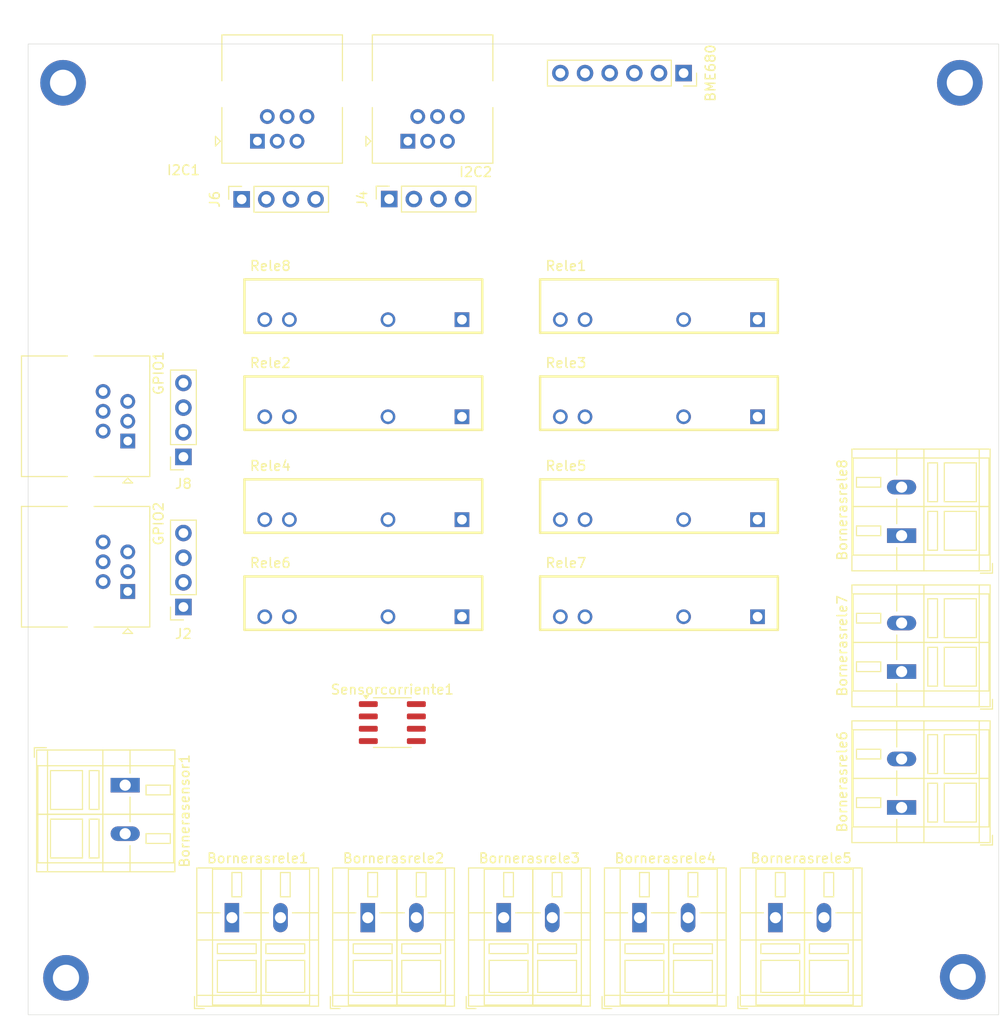
<source format=kicad_pcb>
(kicad_pcb (version 20240108) (generator "pcbnew") (generator_version "8.0")
  (layers (0 "F.Cu" signal) (31 "B.Cu" signal) (34 "B.Paste" user) (35 "F.Paste" user) (36 "B.SilkS" user "B.Silkscreen") (37 "F.SilkS" user "F.Silkscreen") (38 "B.Mask" user) (39 "F.Mask" user) (44 "Edge.Cuts" user))
  (net 0 "")
  (net 11 "Net-(J8-Pin_1)")
  (net 15 "Net-(J2-Pin_1)")
  (net 26 "Net-(J6-Pin_1)")
  (net 34 "Net-(J4-Pin_1)")
  (net 45 "Net-(Sensorcorriente1-IP--Pad3)")
  (net 47 "Net-(Sensorcorriente1-IP+-Pad1)")
  (footprint "Connector_PinSocket_2.54mm:PinSocket_1x06_P2.54mm_Vertical" (layer "F.Cu") (at 97.54 23 -90)
    (property "Reference" "BME680" (at 0 -2.77 90) (layer "F.SilkS"))
    (property "Value" "Conn_01x06_Socket")
    (pad "1" thru_hole rect (at 0 0 270) (size 1.7 1.7) (drill 1) (layers "*.Cu" "*.Mask"))
    (pad "2" thru_hole oval (at 0 2.54 270) (size 1.7 1.7) (drill 1) (layers "*.Cu" "*.Mask"))
    (pad "3" thru_hole oval (at 0 5.08 270) (size 1.7 1.7) (drill 1) (layers "*.Cu" "*.Mask"))
    (pad "4" thru_hole oval (at 0 7.62 270) (size 1.7 1.7) (drill 1) (layers "*.Cu" "*.Mask"))
    (pad "5" thru_hole oval (at 0 10.16 270) (size 1.7 1.7) (drill 1) (layers "*.Cu" "*.Mask"))
    (pad "6" thru_hole oval (at 0 12.7 270) (size 1.7 1.7) (drill 1) (layers "*.Cu" "*.Mask"))
  )
  (footprint "MountingHole:MountingHole_2.7mm_M2.5_DIN965_Pad" (layer "F.Cu") (at 33.6 24)
    (property "Reference" "REF**" (hide yes))
    (property "Value" "MountingHole_2.7mm_M2.5_DIN965_Pad" (hide yes))
    (pad "1" thru_hole circle (at 0 0) (size 4.7 4.7) (drill 2.7) (layers "*.Cu" "*.Mask"))
  )
  (footprint "G3MB-202P:RELAY_G3MB-202P" (layer "F.Cu") (at 64.54 57)
    (property "Reference" "Rele2" (at -9.583625 -4.138735 0) (layer "F.SilkS") (effects (font (size 1.000906 1.000906))))
    (property "Value" "G3MB-202P")
    (pad "1" thru_hole rect (at 10.16 1.4) (size 1.508 1.508) (drill 1) (layers "*.Cu" "*.Mask"))
    (pad "2" thru_hole circle (at 2.54 1.4) (size 1.508 1.508) (drill 1) (layers "*.Cu" "*.Mask"))
    (pad "3" thru_hole circle (at -7.62 1.4) (size 1.508 1.508) (drill 1) (layers "*.Cu" "*.Mask"))
    (pad "4" thru_hole circle (at -10.16 1.4) (size 1.508 1.508) (drill 1) (layers "*.Cu" "*.Mask"))
  )
  (footprint "MountingHole:MountingHole_2.7mm_M2.5_DIN965_Pad" (layer "F.Cu") (at 126.3 116.1)
    (property "Reference" "REF**" (hide yes))
    (property "Value" "MountingHole_2.7mm_M2.5_DIN965_Pad" (hide yes))
    (pad "1" thru_hole circle (at 0 0) (size 4.7 4.7) (drill 2.7) (layers "*.Cu" "*.Mask"))
  )
  (footprint "Connector_RJ:RJ25_Wayconn_MJEA-660X1_Horizontal" (layer "F.Cu") (at 40.265 76.4 -90)
    (property "Reference" "GPIO2" (at -6.985 -3.175 90) (layer "F.SilkS"))
    (property "Value" "6P6C")
    (pad "" np_thru_hole circle (at -8.55 4.84 270) (size 2.3 2.3) (drill 2.3) (layers "*.Cu" "*.Mask"))
    (pad "" np_thru_hole circle (at 3.45 4.84 270) (size 2.3 2.3) (drill 2.3) (layers "*.Cu" "*.Mask"))
    (pad "1" thru_hole rect (at 0 0 270) (size 1.52 1.52) (drill 0.9) (layers "*.Cu" "*.Mask"))
    (pad "2" thru_hole circle (at -1.02 2.54 270) (size 1.52 1.52) (drill 0.9) (layers "*.Cu" "*.Mask"))
    (pad "3" thru_hole circle (at -2.04 0 270) (size 1.52 1.52) (drill 0.9) (layers "*.Cu" "*.Mask"))
    (pad "4" thru_hole circle (at -3.06 2.54 270) (size 1.52 1.52) (drill 0.9) (layers "*.Cu" "*.Mask"))
    (pad "5" thru_hole circle (at -4.08 0 270) (size 1.52 1.52) (drill 0.9) (layers "*.Cu" "*.Mask") (net 15 "Net-(J2-Pin_1)"))
    (pad "6" thru_hole circle (at -5.1 2.54 270) (size 1.52 1.52) (drill 0.9) (layers "*.Cu" "*.Mask"))
  )
  (footprint "Connector_RJ:RJ25_Wayconn_MJEA-660X1_Horizontal" (layer "F.Cu") (at 40.265 60.9 -90)
    (property "Reference" "GPIO1" (at -6.985 -3.175 90) (layer "F.SilkS"))
    (property "Value" "6P6C")
    (pad "" np_thru_hole circle (at -8.55 4.84 270) (size 2.3 2.3) (drill 2.3) (layers "*.Cu" "*.Mask"))
    (pad "" np_thru_hole circle (at 3.45 4.84 270) (size 2.3 2.3) (drill 2.3) (layers "*.Cu" "*.Mask"))
    (pad "1" thru_hole rect (at 0 0 270) (size 1.52 1.52) (drill 0.9) (layers "*.Cu" "*.Mask"))
    (pad "2" thru_hole circle (at -1.02 2.54 270) (size 1.52 1.52) (drill 0.9) (layers "*.Cu" "*.Mask"))
    (pad "3" thru_hole circle (at -2.04 0 270) (size 1.52 1.52) (drill 0.9) (layers "*.Cu" "*.Mask"))
    (pad "4" thru_hole circle (at -3.06 2.54 270) (size 1.52 1.52) (drill 0.9) (layers "*.Cu" "*.Mask"))
    (pad "5" thru_hole circle (at -4.08 0 270) (size 1.52 1.52) (drill 0.9) (layers "*.Cu" "*.Mask") (net 11 "Net-(J8-Pin_1)"))
    (pad "6" thru_hole circle (at -5.1 2.54 270) (size 1.52 1.52) (drill 0.9) (layers "*.Cu" "*.Mask"))
  )
  (footprint "Connector_PinSocket_2.54mm:PinSocket_1x04_P2.54mm_Vertical" (layer "F.Cu") (at 67.2 35.975 90)
    (property "Reference" "J4" (at 0 -2.77 270) (layer "F.SilkS"))
    (property "Value" "Conn_01x04_Pin")
    (pad "1" thru_hole rect (at 0 0 90) (size 1.7 1.7) (drill 1) (layers "*.Cu" "*.Mask") (net 34 "Net-(J4-Pin_1)"))
    (pad "2" thru_hole oval (at 0 2.54 90) (size 1.7 1.7) (drill 1) (layers "*.Cu" "*.Mask"))
    (pad "3" thru_hole oval (at 0 5.08 90) (size 1.7 1.7) (drill 1) (layers "*.Cu" "*.Mask"))
    (pad "4" thru_hole oval (at 0 7.62 90) (size 1.7 1.7) (drill 1) (layers "*.Cu" "*.Mask"))
  )
  (footprint "TerminalBlock_WAGO:TerminalBlock_WAGO_236-102_1x02_P5.00mm_45Degree" (layer "F.Cu") (at 79 110)
    (property "Reference" "Bornerasrele3" (at 2.65 -6.12 360) (layer "F.SilkS"))
    (property "Value" "Screw_Terminal_01x02")
    (pad "1" thru_hole rect (at 0 0) (size 1.5 3) (drill 1.15) (layers "*.Cu" "*.Mask"))
    (pad "2" thru_hole oval (at 5 0) (size 1.5 3) (drill 1.15) (layers "*.Cu" "*.Mask"))
  )
  (footprint "Package_SO:SOIC-8_3.9x4.9mm_P1.27mm" (layer "F.Cu") (at 67.525 89.905)
    (property "Reference" "Sensorcorriente1" (at 0 -3.4 0) (layer "F.SilkS"))
    (property "Value" "ACS712xLCTR-30A")
    (pad "1" smd roundrect (at -2.475 -1.905) (size 1.95 0.6) (layers "F.Cu" "F.Paste" "F.Mask") (net 47 "Net-(Sensorcorriente1-IP+-Pad1)"))
    (pad "2" smd roundrect (at -2.475 -0.635) (size 1.95 0.6) (layers "F.Cu" "F.Paste" "F.Mask") (net 47 "Net-(Sensorcorriente1-IP+-Pad1)"))
    (pad "3" smd roundrect (at -2.475 0.635) (size 1.95 0.6) (layers "F.Cu" "F.Paste" "F.Mask") (net 45 "Net-(Sensorcorriente1-IP--Pad3)"))
    (pad "4" smd roundrect (at -2.475 1.905) (size 1.95 0.6) (layers "F.Cu" "F.Paste" "F.Mask") (net 45 "Net-(Sensorcorriente1-IP--Pad3)"))
    (pad "5" smd roundrect (at 2.475 1.905) (size 1.95 0.6) (layers "F.Cu" "F.Paste" "F.Mask"))
    (pad "6" smd roundrect (at 2.475 0.635) (size 1.95 0.6) (layers "F.Cu" "F.Paste" "F.Mask"))
    (pad "7" smd roundrect (at 2.475 -0.635) (size 1.95 0.6) (layers "F.Cu" "F.Paste" "F.Mask"))
    (pad "8" smd roundrect (at 2.475 -1.905) (size 1.95 0.6) (layers "F.Cu" "F.Paste" "F.Mask"))
  )
  (footprint "TerminalBlock_WAGO:TerminalBlock_WAGO_236-102_1x02_P5.00mm_45Degree" (layer "F.Cu") (at 120 84.65 90)
    (property "Reference" "Bornerasrele7" (at 2.65 -6.12 270) (layer "F.SilkS"))
    (property "Value" "Screw_Terminal_01x02")
    (pad "1" thru_hole rect (at 0 0 90) (size 1.5 3) (drill 1.15) (layers "*.Cu" "*.Mask"))
    (pad "2" thru_hole oval (at 5 0 90) (size 1.5 3) (drill 1.15) (layers "*.Cu" "*.Mask"))
  )
  (footprint "Connector_RJ:RJ25_Wayconn_MJEA-660X1_Horizontal" (layer "F.Cu") (at 69.125 30.015 180)
    (property "Reference" "I2C2" (at -6.985 -3.175 180) (layer "F.SilkS"))
    (property "Value" "6P6C")
    (pad "" np_thru_hole circle (at -8.55 4.84 180) (size 2.3 2.3) (drill 2.3) (layers "*.Cu" "*.Mask"))
    (pad "" np_thru_hole circle (at 3.45 4.84 180) (size 2.3 2.3) (drill 2.3) (layers "*.Cu" "*.Mask"))
    (pad "1" thru_hole rect (at 0 0 180) (size 1.52 1.52) (drill 0.9) (layers "*.Cu" "*.Mask"))
    (pad "2" thru_hole circle (at -1.02 2.54 180) (size 1.52 1.52) (drill 0.9) (layers "*.Cu" "*.Mask"))
    (pad "3" thru_hole circle (at -2.04 0 180) (size 1.52 1.52) (drill 0.9) (layers "*.Cu" "*.Mask"))
    (pad "4" thru_hole circle (at -3.06 2.54 180) (size 1.52 1.52) (drill 0.9) (layers "*.Cu" "*.Mask"))
    (pad "5" thru_hole circle (at -4.08 0 180) (size 1.52 1.52) (drill 0.9) (layers "*.Cu" "*.Mask") (net 34 "Net-(J4-Pin_1)"))
    (pad "6" thru_hole circle (at -5.1 2.54 180) (size 1.52 1.52) (drill 0.9) (layers "*.Cu" "*.Mask"))
  )
  (footprint "MountingHole:MountingHole_2.7mm_M2.5_DIN965_Pad" (layer "F.Cu") (at 126 24)
    (property "Reference" "REF**" (hide yes))
    (property "Value" "MountingHole_2.7mm_M2.5_DIN965_Pad" (hide yes))
    (pad "1" thru_hole circle (at 0 0) (size 4.7 4.7) (drill 2.7) (layers "*.Cu" "*.Mask"))
  )
  (footprint "MountingHole:MountingHole_2.7mm_M2.5_DIN965_Pad" (layer "F.Cu") (at 33.9 116.2)
    (property "Reference" "REF**" (hide yes))
    (property "Value" "MountingHole_2.7mm_M2.5_DIN965_Pad" (hide yes))
    (pad "1" thru_hole circle (at 0 0) (size 4.7 4.7) (drill 2.7) (layers "*.Cu" "*.Mask"))
  )
  (footprint "G3MB-202P:RELAY_G3MB-202P" (layer "F.Cu") (at 95 67.6)
    (property "Reference" "Rele5" (at -9.583625 -4.138735 0) (layer "F.SilkS") (effects (font (size 1.000906 1.000906))))
    (property "Value" "G3MB-202P")
    (pad "1" thru_hole rect (at 10.16 1.4) (size 1.508 1.508) (drill 1) (layers "*.Cu" "*.Mask"))
    (pad "2" thru_hole circle (at 2.54 1.4) (size 1.508 1.508) (drill 1) (layers "*.Cu" "*.Mask"))
    (pad "3" thru_hole circle (at -7.62 1.4) (size 1.508 1.508) (drill 1) (layers "*.Cu" "*.Mask"))
    (pad "4" thru_hole circle (at -10.16 1.4) (size 1.508 1.508) (drill 1) (layers "*.Cu" "*.Mask"))
  )
  (footprint "Connector_PinSocket_2.54mm:PinSocket_1x04_P2.54mm_Vertical" (layer "F.Cu") (at 46 78 180)
    (property "Reference" "J2" (at 0 -2.77 180) (layer "F.SilkS"))
    (property "Value" "Conn_01x04_Pin")
    (pad "1" thru_hole rect (at 0 0 180) (size 1.7 1.7) (drill 1) (layers "*.Cu" "*.Mask") (net 15 "Net-(J2-Pin_1)"))
    (pad "2" thru_hole oval (at 0 2.54 180) (size 1.7 1.7) (drill 1) (layers "*.Cu" "*.Mask"))
    (pad "3" thru_hole oval (at 0 5.08 180) (size 1.7 1.7) (drill 1) (layers "*.Cu" "*.Mask"))
    (pad "4" thru_hole oval (at 0 7.62 180) (size 1.7 1.7) (drill 1) (layers "*.Cu" "*.Mask"))
  )
  (footprint "TerminalBlock_WAGO:TerminalBlock_WAGO_236-102_1x02_P5.00mm_45Degree" (layer "F.Cu") (at 107 110)
    (property "Reference" "Bornerasrele5" (at 2.65 -6.12 360) (layer "F.SilkS"))
    (property "Value" "Screw_Terminal_01x02")
    (pad "1" thru_hole rect (at 0 0) (size 1.5 3) (drill 1.15) (layers "*.Cu" "*.Mask"))
    (pad "2" thru_hole oval (at 5 0) (size 1.5 3) (drill 1.15) (layers "*.Cu" "*.Mask"))
  )
  (footprint "TerminalBlock_WAGO:TerminalBlock_WAGO_236-102_1x02_P5.00mm_45Degree" (layer "F.Cu") (at 40 96.35 -90)
    (property "Reference" "Bornerasensor1" (at 2.65 -6.12 90) (layer "F.SilkS"))
    (property "Value" "Screw_Terminal_01x02")
    (pad "1" thru_hole rect (at 0 0 270) (size 1.5 3) (drill 1.15) (layers "*.Cu" "*.Mask"))
    (pad "2" thru_hole oval (at 5 0 270) (size 1.5 3) (drill 1.15) (layers "*.Cu" "*.Mask"))
  )
  (footprint "G3MB-202P:RELAY_G3MB-202P" (layer "F.Cu") (at 95 77.6)
    (property "Reference" "Rele7" (at -9.583625 -4.138735 0) (layer "F.SilkS") (effects (font (size 1.000906 1.000906))))
    (property "Value" "G3MB-202P")
    (pad "1" thru_hole rect (at 10.16 1.4) (size 1.508 1.508) (drill 1) (layers "*.Cu" "*.Mask"))
    (pad "2" thru_hole circle (at 2.54 1.4) (size 1.508 1.508) (drill 1) (layers "*.Cu" "*.Mask"))
    (pad "3" thru_hole circle (at -7.62 1.4) (size 1.508 1.508) (drill 1) (layers "*.Cu" "*.Mask"))
    (pad "4" thru_hole circle (at -10.16 1.4) (size 1.508 1.508) (drill 1) (layers "*.Cu" "*.Mask"))
  )
  (footprint "G3MB-202P:RELAY_G3MB-202P" (layer "F.Cu") (at 64.54 67.6)
    (property "Reference" "Rele4" (at -9.583625 -4.138735 0) (layer "F.SilkS") (effects (font (size 1.000906 1.000906))))
    (property "Value" "G3MB-202P")
    (pad "1" thru_hole rect (at 10.16 1.4) (size 1.508 1.508) (drill 1) (layers "*.Cu" "*.Mask"))
    (pad "2" thru_hole circle (at 2.54 1.4) (size 1.508 1.508) (drill 1) (layers "*.Cu" "*.Mask"))
    (pad "3" thru_hole circle (at -7.62 1.4) (size 1.508 1.508) (drill 1) (layers "*.Cu" "*.Mask"))
    (pad "4" thru_hole circle (at -10.16 1.4) (size 1.508 1.508) (drill 1) (layers "*.Cu" "*.Mask"))
  )
  (footprint "TerminalBlock_WAGO:TerminalBlock_WAGO_236-102_1x02_P5.00mm_45Degree" (layer "F.Cu") (at 120 98.65 90)
    (property "Reference" "Bornerasrele6" (at 2.65 -6.12 270) (layer "F.SilkS"))
    (property "Value" "Screw_Terminal_01x02")
    (pad "1" thru_hole rect (at 0 0 90) (size 1.5 3) (drill 1.15) (layers "*.Cu" "*.Mask"))
    (pad "2" thru_hole oval (at 5 0 90) (size 1.5 3) (drill 1.15) (layers "*.Cu" "*.Mask"))
  )
  (footprint "TerminalBlock_WAGO:TerminalBlock_WAGO_236-102_1x02_P5.00mm_45Degree" (layer "F.Cu") (at 120 70.65 90)
    (property "Reference" "Bornerasrele8" (at 2.65 -6.12 270) (layer "F.SilkS"))
    (property "Value" "Screw_Terminal_01x02")
    (pad "1" thru_hole rect (at 0 0 90) (size 1.5 3) (drill 1.15) (layers "*.Cu" "*.Mask"))
    (pad "2" thru_hole oval (at 5 0 90) (size 1.5 3) (drill 1.15) (layers "*.Cu" "*.Mask"))
  )
  (footprint "Connector_PinSocket_2.54mm:PinSocket_1x04_P2.54mm_Vertical" (layer "F.Cu") (at 46 62.54 180)
    (property "Reference" "J8" (at 0 -2.77 180) (layer "F.SilkS"))
    (property "Value" "Conn_01x04_Pin")
    (pad "1" thru_hole rect (at 0 0 180) (size 1.7 1.7) (drill 1) (layers "*.Cu" "*.Mask") (net 11 "Net-(J8-Pin_1)"))
    (pad "2" thru_hole oval (at 0 2.54 180) (size 1.7 1.7) (drill 1) (layers "*.Cu" "*.Mask"))
    (pad "3" thru_hole oval (at 0 5.08 180) (size 1.7 1.7) (drill 1) (layers "*.Cu" "*.Mask"))
    (pad "4" thru_hole oval (at 0 7.62 180) (size 1.7 1.7) (drill 1) (layers "*.Cu" "*.Mask"))
  )
  (footprint "G3MB-202P:RELAY_G3MB-202P" (layer "F.Cu") (at 64.54 47)
    (property "Reference" "Rele8" (at -9.583625 -4.138735 0) (layer "F.SilkS") (effects (font (size 1.000906 1.000906))))
    (property "Value" "G3MB-202P")
    (pad "1" thru_hole rect (at 10.16 1.4) (size 1.508 1.508) (drill 1) (layers "*.Cu" "*.Mask"))
    (pad "2" thru_hole circle (at 2.54 1.4) (size 1.508 1.508) (drill 1) (layers "*.Cu" "*.Mask"))
    (pad "3" thru_hole circle (at -7.62 1.4) (size 1.508 1.508) (drill 1) (layers "*.Cu" "*.Mask"))
    (pad "4" thru_hole circle (at -10.16 1.4) (size 1.508 1.508) (drill 1) (layers "*.Cu" "*.Mask"))
  )
  (footprint "TerminalBlock_WAGO:TerminalBlock_WAGO_236-102_1x02_P5.00mm_45Degree" (layer "F.Cu") (at 93 110)
    (property "Reference" "Bornerasrele4" (at 2.65 -6.12 360) (layer "F.SilkS"))
    (property "Value" "Screw_Terminal_01x02")
    (pad "1" thru_hole rect (at 0 0) (size 1.5 3) (drill 1.15) (layers "*.Cu" "*.Mask"))
    (pad "2" thru_hole oval (at 5 0) (size 1.5 3) (drill 1.15) (layers "*.Cu" "*.Mask"))
  )
  (footprint "TerminalBlock_WAGO:TerminalBlock_WAGO_236-102_1x02_P5.00mm_45Degree" (layer "F.Cu") (at 65 110)
    (property "Reference" "Bornerasrele2" (at 2.65 -6.12 360) (layer "F.SilkS"))
    (property "Value" "Screw_Terminal_01x02")
    (pad "1" thru_hole rect (at 0 0) (size 1.5 3) (drill 1.15) (layers "*.Cu" "*.Mask"))
    (pad "2" thru_hole oval (at 5 0) (size 1.5 3) (drill 1.15) (layers "*.Cu" "*.Mask"))
  )
  (footprint "Connector_RJ:RJ25_Wayconn_MJEA-660X1_Horizontal" (layer "F.Cu") (at 53.625 30.015 180)
    (property "Reference" "I2C1" (at 7.625 -2.985 180) (layer "F.SilkS"))
    (property "Value" "6P6C")
    (pad "" np_thru_hole circle (at -8.55 4.84 180) (size 2.3 2.3) (drill 2.3) (layers "*.Cu" "*.Mask"))
    (pad "" np_thru_hole circle (at 3.45 4.84 180) (size 2.3 2.3) (drill 2.3) (layers "*.Cu" "*.Mask"))
    (pad "1" thru_hole rect (at 0 0 180) (size 1.52 1.52) (drill 0.9) (layers "*.Cu" "*.Mask"))
    (pad "2" thru_hole circle (at -1.02 2.54 180) (size 1.52 1.52) (drill 0.9) (layers "*.Cu" "*.Mask"))
    (pad "3" thru_hole circle (at -2.04 0 180) (size 1.52 1.52) (drill 0.9) (layers "*.Cu" "*.Mask"))
    (pad "4" thru_hole circle (at -3.06 2.54 180) (size 1.52 1.52) (drill 0.9) (layers "*.Cu" "*.Mask"))
    (pad "5" thru_hole circle (at -4.08 0 180) (size 1.52 1.52) (drill 0.9) (layers "*.Cu" "*.Mask") (net 26 "Net-(J6-Pin_1)"))
    (pad "6" thru_hole circle (at -5.1 2.54 180) (size 1.52 1.52) (drill 0.9) (layers "*.Cu" "*.Mask"))
  )
  (footprint "G3MB-202P:RELAY_G3MB-202P" (layer "F.Cu") (at 64.54 77.6)
    (property "Reference" "Rele6" (at -9.583625 -4.138735 0) (layer "F.SilkS") (effects (font (size 1.000906 1.000906))))
    (property "Value" "G3MB-202P")
    (pad "1" thru_hole rect (at 10.16 1.4) (size 1.508 1.508) (drill 1) (layers "*.Cu" "*.Mask"))
    (pad "2" thru_hole circle (at 2.54 1.4) (size 1.508 1.508) (drill 1) (layers "*.Cu" "*.Mask"))
    (pad "3" thru_hole circle (at -7.62 1.4) (size 1.508 1.508) (drill 1) (layers "*.Cu" "*.Mask"))
    (pad "4" thru_hole circle (at -10.16 1.4) (size 1.508 1.508) (drill 1) (layers "*.Cu" "*.Mask"))
  )
  (footprint "G3MB-202P:RELAY_G3MB-202P" (layer "F.Cu") (at 95 47)
    (property "Reference" "Rele1" (at -9.583625 -4.138735 0) (layer "F.SilkS") (effects (font (size 1.000906 1.000906))))
    (property "Value" "G3MB-202P")
    (pad "1" thru_hole rect (at 10.16 1.4) (size 1.508 1.508) (drill 1) (layers "*.Cu" "*.Mask"))
    (pad "2" thru_hole circle (at 2.54 1.4) (size 1.508 1.508) (drill 1) (layers "*.Cu" "*.Mask"))
    (pad "3" thru_hole circle (at -7.62 1.4) (size 1.508 1.508) (drill 1) (layers "*.Cu" "*.Mask"))
    (pad "4" thru_hole circle (at -10.16 1.4) (size 1.508 1.508) (drill 1) (layers "*.Cu" "*.Mask"))
  )
  (footprint "G3MB-202P:RELAY_G3MB-202P" (layer "F.Cu") (at 95 57)
    (property "Reference" "Rele3" (at -9.583625 -4.138735 0) (layer "F.SilkS") (effects (font (size 1.000906 1.000906))))
    (property "Value" "G3MB-202P")
    (pad "1" thru_hole rect (at 10.16 1.4) (size 1.508 1.508) (drill 1) (layers "*.Cu" "*.Mask"))
    (pad "2" thru_hole circle (at 2.54 1.4) (size 1.508 1.508) (drill 1) (layers "*.Cu" "*.Mask"))
    (pad "3" thru_hole circle (at -7.62 1.4) (size 1.508 1.508) (drill 1) (layers "*.Cu" "*.Mask"))
    (pad "4" thru_hole circle (at -10.16 1.4) (size 1.508 1.508) (drill 1) (layers "*.Cu" "*.Mask"))
  )
  (footprint "TerminalBlock_WAGO:TerminalBlock_WAGO_236-102_1x02_P5.00mm_45Degree" (layer "F.Cu") (at 51 110)
    (property "Reference" "Bornerasrele1" (at 2.65 -6.12 360) (layer "F.SilkS"))
    (property "Value" "Screw_Terminal_01x02")
    (pad "1" thru_hole rect (at 0 0) (size 1.5 3) (drill 1.15) (layers "*.Cu" "*.Mask"))
    (pad "2" thru_hole oval (at 5 0) (size 1.5 3) (drill 1.15) (layers "*.Cu" "*.Mask"))
  )
  (footprint "Connector_PinSocket_2.54mm:PinSocket_1x04_P2.54mm_Vertical" (layer "F.Cu") (at 52 36 90)
    (property "Reference" "J6" (at 0 -2.77 270) (layer "F.SilkS"))
    (property "Value" "Conn_01x04_Pin")
    (pad "1" thru_hole rect (at 0 0 90) (size 1.7 1.7) (drill 1) (layers "*.Cu" "*.Mask") (net 26 "Net-(J6-Pin_1)"))
    (pad "2" thru_hole oval (at 0 2.54 90) (size 1.7 1.7) (drill 1) (layers "*.Cu" "*.Mask"))
    (pad "3" thru_hole oval (at 0 5.08 90) (size 1.7 1.7) (drill 1) (layers "*.Cu" "*.Mask"))
    (pad "4" thru_hole oval (at 0 7.62 90) (size 1.7 1.7) (drill 1) (layers "*.Cu" "*.Mask"))
  )
  (gr_rect (start 30 20) (end 130 120) (stroke (width 0.05)) (fill none) (layer "Edge.Cuts"))
)
</source>
